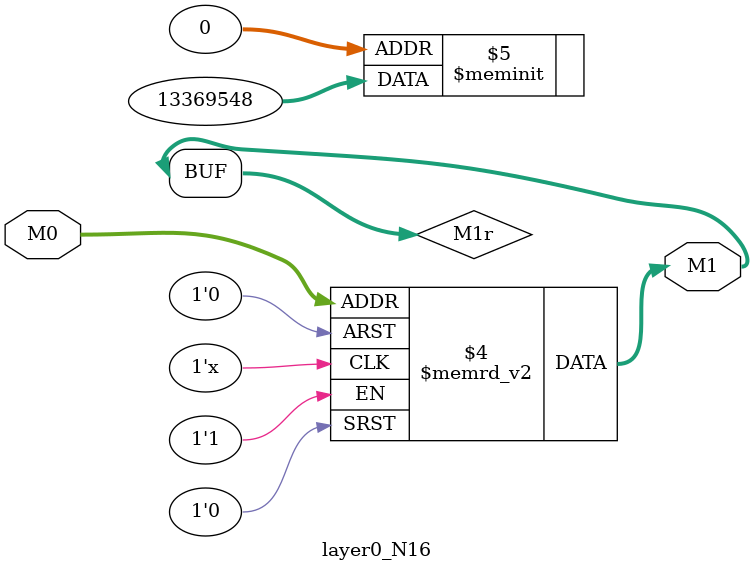
<source format=v>
module layer0_N16 ( input [3:0] M0, output [1:0] M1 );

	(*rom_style = "distributed" *) reg [1:0] M1r;
	assign M1 = M1r;
	always @ (M0) begin
		case (M0)
			4'b0000: M1r = 2'b00;
			4'b1000: M1r = 2'b00;
			4'b0100: M1r = 2'b00;
			4'b1100: M1r = 2'b00;
			4'b0010: M1r = 2'b00;
			4'b1010: M1r = 2'b00;
			4'b0110: M1r = 2'b00;
			4'b1110: M1r = 2'b00;
			4'b0001: M1r = 2'b11;
			4'b1001: M1r = 2'b11;
			4'b0101: M1r = 2'b00;
			4'b1101: M1r = 2'b00;
			4'b0011: M1r = 2'b11;
			4'b1011: M1r = 2'b11;
			4'b0111: M1r = 2'b00;
			4'b1111: M1r = 2'b00;

		endcase
	end
endmodule

</source>
